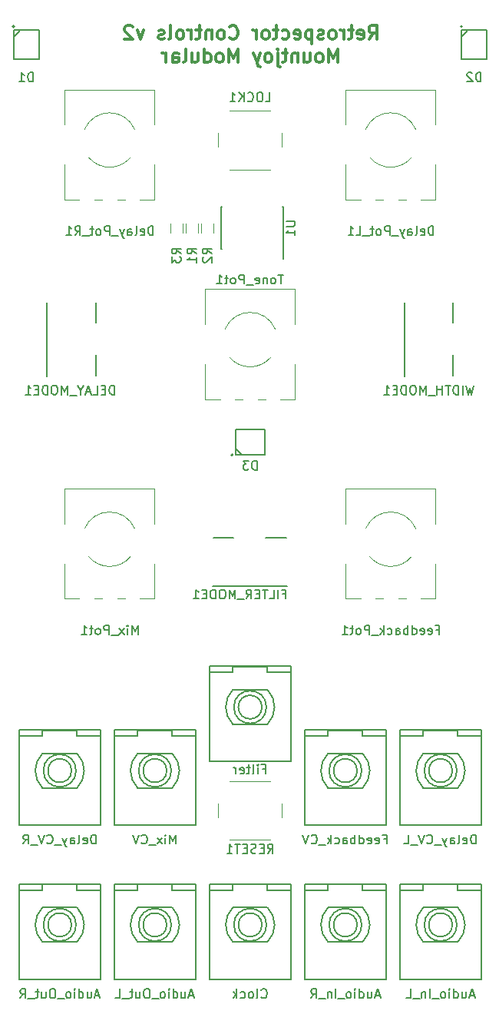
<source format=gbr>
G04 #@! TF.GenerationSoftware,KiCad,Pcbnew,(5.1.9)-1*
G04 #@! TF.CreationDate,2021-03-14T15:16:18+00:00*
G04 #@! TF.ProjectId,Retrospector_Controls,52657472-6f73-4706-9563-746f725f436f,rev?*
G04 #@! TF.SameCoordinates,Original*
G04 #@! TF.FileFunction,Legend,Bot*
G04 #@! TF.FilePolarity,Positive*
%FSLAX46Y46*%
G04 Gerber Fmt 4.6, Leading zero omitted, Abs format (unit mm)*
G04 Created by KiCad (PCBNEW (5.1.9)-1) date 2021-03-14 15:16:18*
%MOMM*%
%LPD*%
G01*
G04 APERTURE LIST*
%ADD10C,0.300000*%
%ADD11C,0.120000*%
%ADD12C,0.150000*%
G04 APERTURE END LIST*
D10*
X143100000Y-53403571D02*
X143600000Y-52689285D01*
X143957142Y-53403571D02*
X143957142Y-51903571D01*
X143385714Y-51903571D01*
X143242857Y-51975000D01*
X143171428Y-52046428D01*
X143100000Y-52189285D01*
X143100000Y-52403571D01*
X143171428Y-52546428D01*
X143242857Y-52617857D01*
X143385714Y-52689285D01*
X143957142Y-52689285D01*
X141885714Y-53332142D02*
X142028571Y-53403571D01*
X142314285Y-53403571D01*
X142457142Y-53332142D01*
X142528571Y-53189285D01*
X142528571Y-52617857D01*
X142457142Y-52475000D01*
X142314285Y-52403571D01*
X142028571Y-52403571D01*
X141885714Y-52475000D01*
X141814285Y-52617857D01*
X141814285Y-52760714D01*
X142528571Y-52903571D01*
X141385714Y-52403571D02*
X140814285Y-52403571D01*
X141171428Y-51903571D02*
X141171428Y-53189285D01*
X141100000Y-53332142D01*
X140957142Y-53403571D01*
X140814285Y-53403571D01*
X140314285Y-53403571D02*
X140314285Y-52403571D01*
X140314285Y-52689285D02*
X140242857Y-52546428D01*
X140171428Y-52475000D01*
X140028571Y-52403571D01*
X139885714Y-52403571D01*
X139171428Y-53403571D02*
X139314285Y-53332142D01*
X139385714Y-53260714D01*
X139457142Y-53117857D01*
X139457142Y-52689285D01*
X139385714Y-52546428D01*
X139314285Y-52475000D01*
X139171428Y-52403571D01*
X138957142Y-52403571D01*
X138814285Y-52475000D01*
X138742857Y-52546428D01*
X138671428Y-52689285D01*
X138671428Y-53117857D01*
X138742857Y-53260714D01*
X138814285Y-53332142D01*
X138957142Y-53403571D01*
X139171428Y-53403571D01*
X138100000Y-53332142D02*
X137957142Y-53403571D01*
X137671428Y-53403571D01*
X137528571Y-53332142D01*
X137457142Y-53189285D01*
X137457142Y-53117857D01*
X137528571Y-52975000D01*
X137671428Y-52903571D01*
X137885714Y-52903571D01*
X138028571Y-52832142D01*
X138100000Y-52689285D01*
X138100000Y-52617857D01*
X138028571Y-52475000D01*
X137885714Y-52403571D01*
X137671428Y-52403571D01*
X137528571Y-52475000D01*
X136814285Y-52403571D02*
X136814285Y-53903571D01*
X136814285Y-52475000D02*
X136671428Y-52403571D01*
X136385714Y-52403571D01*
X136242857Y-52475000D01*
X136171428Y-52546428D01*
X136100000Y-52689285D01*
X136100000Y-53117857D01*
X136171428Y-53260714D01*
X136242857Y-53332142D01*
X136385714Y-53403571D01*
X136671428Y-53403571D01*
X136814285Y-53332142D01*
X134885714Y-53332142D02*
X135028571Y-53403571D01*
X135314285Y-53403571D01*
X135457142Y-53332142D01*
X135528571Y-53189285D01*
X135528571Y-52617857D01*
X135457142Y-52475000D01*
X135314285Y-52403571D01*
X135028571Y-52403571D01*
X134885714Y-52475000D01*
X134814285Y-52617857D01*
X134814285Y-52760714D01*
X135528571Y-52903571D01*
X133528571Y-53332142D02*
X133671428Y-53403571D01*
X133957142Y-53403571D01*
X134100000Y-53332142D01*
X134171428Y-53260714D01*
X134242857Y-53117857D01*
X134242857Y-52689285D01*
X134171428Y-52546428D01*
X134100000Y-52475000D01*
X133957142Y-52403571D01*
X133671428Y-52403571D01*
X133528571Y-52475000D01*
X133100000Y-52403571D02*
X132528571Y-52403571D01*
X132885714Y-51903571D02*
X132885714Y-53189285D01*
X132814285Y-53332142D01*
X132671428Y-53403571D01*
X132528571Y-53403571D01*
X131814285Y-53403571D02*
X131957142Y-53332142D01*
X132028571Y-53260714D01*
X132100000Y-53117857D01*
X132100000Y-52689285D01*
X132028571Y-52546428D01*
X131957142Y-52475000D01*
X131814285Y-52403571D01*
X131600000Y-52403571D01*
X131457142Y-52475000D01*
X131385714Y-52546428D01*
X131314285Y-52689285D01*
X131314285Y-53117857D01*
X131385714Y-53260714D01*
X131457142Y-53332142D01*
X131600000Y-53403571D01*
X131814285Y-53403571D01*
X130671428Y-53403571D02*
X130671428Y-52403571D01*
X130671428Y-52689285D02*
X130600000Y-52546428D01*
X130528571Y-52475000D01*
X130385714Y-52403571D01*
X130242857Y-52403571D01*
X127742857Y-53260714D02*
X127814285Y-53332142D01*
X128028571Y-53403571D01*
X128171428Y-53403571D01*
X128385714Y-53332142D01*
X128528571Y-53189285D01*
X128600000Y-53046428D01*
X128671428Y-52760714D01*
X128671428Y-52546428D01*
X128600000Y-52260714D01*
X128528571Y-52117857D01*
X128385714Y-51975000D01*
X128171428Y-51903571D01*
X128028571Y-51903571D01*
X127814285Y-51975000D01*
X127742857Y-52046428D01*
X126885714Y-53403571D02*
X127028571Y-53332142D01*
X127100000Y-53260714D01*
X127171428Y-53117857D01*
X127171428Y-52689285D01*
X127100000Y-52546428D01*
X127028571Y-52475000D01*
X126885714Y-52403571D01*
X126671428Y-52403571D01*
X126528571Y-52475000D01*
X126457142Y-52546428D01*
X126385714Y-52689285D01*
X126385714Y-53117857D01*
X126457142Y-53260714D01*
X126528571Y-53332142D01*
X126671428Y-53403571D01*
X126885714Y-53403571D01*
X125742857Y-52403571D02*
X125742857Y-53403571D01*
X125742857Y-52546428D02*
X125671428Y-52475000D01*
X125528571Y-52403571D01*
X125314285Y-52403571D01*
X125171428Y-52475000D01*
X125100000Y-52617857D01*
X125100000Y-53403571D01*
X124600000Y-52403571D02*
X124028571Y-52403571D01*
X124385714Y-51903571D02*
X124385714Y-53189285D01*
X124314285Y-53332142D01*
X124171428Y-53403571D01*
X124028571Y-53403571D01*
X123528571Y-53403571D02*
X123528571Y-52403571D01*
X123528571Y-52689285D02*
X123457142Y-52546428D01*
X123385714Y-52475000D01*
X123242857Y-52403571D01*
X123100000Y-52403571D01*
X122385714Y-53403571D02*
X122528571Y-53332142D01*
X122600000Y-53260714D01*
X122671428Y-53117857D01*
X122671428Y-52689285D01*
X122600000Y-52546428D01*
X122528571Y-52475000D01*
X122385714Y-52403571D01*
X122171428Y-52403571D01*
X122028571Y-52475000D01*
X121957142Y-52546428D01*
X121885714Y-52689285D01*
X121885714Y-53117857D01*
X121957142Y-53260714D01*
X122028571Y-53332142D01*
X122171428Y-53403571D01*
X122385714Y-53403571D01*
X121028571Y-53403571D02*
X121171428Y-53332142D01*
X121242857Y-53189285D01*
X121242857Y-51903571D01*
X120528571Y-53332142D02*
X120385714Y-53403571D01*
X120100000Y-53403571D01*
X119957142Y-53332142D01*
X119885714Y-53189285D01*
X119885714Y-53117857D01*
X119957142Y-52975000D01*
X120100000Y-52903571D01*
X120314285Y-52903571D01*
X120457142Y-52832142D01*
X120528571Y-52689285D01*
X120528571Y-52617857D01*
X120457142Y-52475000D01*
X120314285Y-52403571D01*
X120100000Y-52403571D01*
X119957142Y-52475000D01*
X118242857Y-52403571D02*
X117885714Y-53403571D01*
X117528571Y-52403571D01*
X117028571Y-52046428D02*
X116957142Y-51975000D01*
X116814285Y-51903571D01*
X116457142Y-51903571D01*
X116314285Y-51975000D01*
X116242857Y-52046428D01*
X116171428Y-52189285D01*
X116171428Y-52332142D01*
X116242857Y-52546428D01*
X117100000Y-53403571D01*
X116171428Y-53403571D01*
X139671428Y-55953571D02*
X139671428Y-54453571D01*
X139171428Y-55525000D01*
X138671428Y-54453571D01*
X138671428Y-55953571D01*
X137742857Y-55953571D02*
X137885714Y-55882142D01*
X137957142Y-55810714D01*
X138028571Y-55667857D01*
X138028571Y-55239285D01*
X137957142Y-55096428D01*
X137885714Y-55025000D01*
X137742857Y-54953571D01*
X137528571Y-54953571D01*
X137385714Y-55025000D01*
X137314285Y-55096428D01*
X137242857Y-55239285D01*
X137242857Y-55667857D01*
X137314285Y-55810714D01*
X137385714Y-55882142D01*
X137528571Y-55953571D01*
X137742857Y-55953571D01*
X135957142Y-54953571D02*
X135957142Y-55953571D01*
X136600000Y-54953571D02*
X136600000Y-55739285D01*
X136528571Y-55882142D01*
X136385714Y-55953571D01*
X136171428Y-55953571D01*
X136028571Y-55882142D01*
X135957142Y-55810714D01*
X135242857Y-54953571D02*
X135242857Y-55953571D01*
X135242857Y-55096428D02*
X135171428Y-55025000D01*
X135028571Y-54953571D01*
X134814285Y-54953571D01*
X134671428Y-55025000D01*
X134600000Y-55167857D01*
X134600000Y-55953571D01*
X134100000Y-54953571D02*
X133528571Y-54953571D01*
X133885714Y-54453571D02*
X133885714Y-55739285D01*
X133814285Y-55882142D01*
X133671428Y-55953571D01*
X133528571Y-55953571D01*
X133028571Y-54953571D02*
X133028571Y-56239285D01*
X133100000Y-56382142D01*
X133242857Y-56453571D01*
X133314285Y-56453571D01*
X133028571Y-54453571D02*
X133100000Y-54525000D01*
X133028571Y-54596428D01*
X132957142Y-54525000D01*
X133028571Y-54453571D01*
X133028571Y-54596428D01*
X132100000Y-55953571D02*
X132242857Y-55882142D01*
X132314285Y-55810714D01*
X132385714Y-55667857D01*
X132385714Y-55239285D01*
X132314285Y-55096428D01*
X132242857Y-55025000D01*
X132100000Y-54953571D01*
X131885714Y-54953571D01*
X131742857Y-55025000D01*
X131671428Y-55096428D01*
X131600000Y-55239285D01*
X131600000Y-55667857D01*
X131671428Y-55810714D01*
X131742857Y-55882142D01*
X131885714Y-55953571D01*
X132100000Y-55953571D01*
X131100000Y-54953571D02*
X130742857Y-55953571D01*
X130385714Y-54953571D02*
X130742857Y-55953571D01*
X130885714Y-56310714D01*
X130957142Y-56382142D01*
X131100000Y-56453571D01*
X128671428Y-55953571D02*
X128671428Y-54453571D01*
X128171428Y-55525000D01*
X127671428Y-54453571D01*
X127671428Y-55953571D01*
X126742857Y-55953571D02*
X126885714Y-55882142D01*
X126957142Y-55810714D01*
X127028571Y-55667857D01*
X127028571Y-55239285D01*
X126957142Y-55096428D01*
X126885714Y-55025000D01*
X126742857Y-54953571D01*
X126528571Y-54953571D01*
X126385714Y-55025000D01*
X126314285Y-55096428D01*
X126242857Y-55239285D01*
X126242857Y-55667857D01*
X126314285Y-55810714D01*
X126385714Y-55882142D01*
X126528571Y-55953571D01*
X126742857Y-55953571D01*
X124957142Y-55953571D02*
X124957142Y-54453571D01*
X124957142Y-55882142D02*
X125100000Y-55953571D01*
X125385714Y-55953571D01*
X125528571Y-55882142D01*
X125600000Y-55810714D01*
X125671428Y-55667857D01*
X125671428Y-55239285D01*
X125600000Y-55096428D01*
X125528571Y-55025000D01*
X125385714Y-54953571D01*
X125100000Y-54953571D01*
X124957142Y-55025000D01*
X123600000Y-54953571D02*
X123600000Y-55953571D01*
X124242857Y-54953571D02*
X124242857Y-55739285D01*
X124171428Y-55882142D01*
X124028571Y-55953571D01*
X123814285Y-55953571D01*
X123671428Y-55882142D01*
X123600000Y-55810714D01*
X122671428Y-55953571D02*
X122814285Y-55882142D01*
X122885714Y-55739285D01*
X122885714Y-54453571D01*
X121457142Y-55953571D02*
X121457142Y-55167857D01*
X121528571Y-55025000D01*
X121671428Y-54953571D01*
X121957142Y-54953571D01*
X122100000Y-55025000D01*
X121457142Y-55882142D02*
X121600000Y-55953571D01*
X121957142Y-55953571D01*
X122100000Y-55882142D01*
X122171428Y-55739285D01*
X122171428Y-55596428D01*
X122100000Y-55453571D01*
X121957142Y-55382142D01*
X121600000Y-55382142D01*
X121457142Y-55310714D01*
X120742857Y-55953571D02*
X120742857Y-54953571D01*
X120742857Y-55239285D02*
X120671428Y-55096428D01*
X120600000Y-55025000D01*
X120457142Y-54953571D01*
X120314285Y-54953571D01*
D11*
X119461000Y-58940000D02*
X109540000Y-58940000D01*
X111175000Y-71060000D02*
X109540000Y-71060000D01*
X113675000Y-71060000D02*
X112825000Y-71060000D01*
X116175000Y-71060000D02*
X115325000Y-71060000D01*
X119461000Y-71060000D02*
X117825000Y-71060000D01*
X109540000Y-62805000D02*
X109540000Y-58940000D01*
X109540000Y-71060000D02*
X109540000Y-67194000D01*
X119461000Y-62805000D02*
X119461000Y-58940000D01*
X119461000Y-71060000D02*
X119461000Y-67194000D01*
X112202247Y-66428295D02*
G75*
G03*
X116798000Y-66428000I2297753J1928295D01*
G01*
X117262432Y-63328018D02*
G75*
G03*
X111738000Y-63327000I-2762432J-1171982D01*
G01*
D12*
X147019000Y-82396600D02*
X147019000Y-90564000D01*
X152381000Y-82422000D02*
X152381000Y-84622000D01*
X152381000Y-88214000D02*
X152381000Y-90514000D01*
X125896600Y-113681000D02*
X134064000Y-113681000D01*
X125922000Y-108319000D02*
X128122000Y-108319000D01*
X131714000Y-108319000D02*
X134014000Y-108319000D01*
X107619000Y-82396600D02*
X107619000Y-90564000D01*
X112981000Y-82422000D02*
X112981000Y-84622000D01*
X112981000Y-88214000D02*
X112981000Y-90514000D01*
X128100000Y-99200000D02*
G75*
G03*
X128100000Y-99200000I-100000J0D01*
G01*
X128425000Y-98525000D02*
X129100000Y-99200000D01*
X128400000Y-96400000D02*
X131600000Y-96400000D01*
X128400000Y-99200000D02*
X131600000Y-99200000D01*
X131600000Y-96400000D02*
X131600000Y-99200000D01*
X128400000Y-96400000D02*
X128400000Y-99200000D01*
X153400000Y-52000000D02*
G75*
G03*
X153400000Y-52000000I-100000J0D01*
G01*
X153975000Y-52425000D02*
X153300000Y-53100000D01*
X156100000Y-52400000D02*
X156100000Y-55600000D01*
X153300000Y-52400000D02*
X153300000Y-55600000D01*
X156100000Y-55600000D02*
X153300000Y-55600000D01*
X156100000Y-52400000D02*
X153300000Y-52400000D01*
X104000000Y-52000000D02*
G75*
G03*
X104000000Y-52000000I-100000J0D01*
G01*
X104575000Y-52425000D02*
X103900000Y-53100000D01*
X106700000Y-52400000D02*
X106700000Y-55600000D01*
X103900000Y-52400000D02*
X103900000Y-55600000D01*
X106700000Y-55600000D02*
X103900000Y-55600000D01*
X106700000Y-52400000D02*
X103900000Y-52400000D01*
X131300000Y-127000000D02*
G75*
G03*
X131300000Y-127000000I-1300000J0D01*
G01*
X125500000Y-133000000D02*
X134500000Y-133000000D01*
X125500000Y-122500000D02*
X134500000Y-122500000D01*
X125500000Y-133000000D02*
X125500000Y-122500000D01*
X134500000Y-133000000D02*
X134500000Y-122500000D01*
X131796051Y-127000000D02*
G75*
G03*
X131796051Y-127000000I-1796051J0D01*
G01*
X128095000Y-128905000D02*
X131905000Y-128905000D01*
X131905000Y-125095000D02*
X128095000Y-125095000D01*
X131905000Y-123190000D02*
X134445000Y-123190000D01*
X131905000Y-122555000D02*
X131905000Y-123190000D01*
X128095000Y-122555000D02*
X131905000Y-122555000D01*
X128095000Y-123190000D02*
X128095000Y-122555000D01*
X125555000Y-123190000D02*
X128095000Y-123190000D01*
X128095000Y-128905000D02*
G75*
G02*
X128095000Y-125095000I1905000J1905000D01*
G01*
X131905000Y-125095000D02*
G75*
G02*
X131905000Y-128905000I-1905000J-1905000D01*
G01*
X110300000Y-151000000D02*
G75*
G03*
X110300000Y-151000000I-1300000J0D01*
G01*
X104500000Y-157000000D02*
X113500000Y-157000000D01*
X104500000Y-146500000D02*
X113500000Y-146500000D01*
X104500000Y-157000000D02*
X104500000Y-146500000D01*
X113500000Y-157000000D02*
X113500000Y-146500000D01*
X110796051Y-151000000D02*
G75*
G03*
X110796051Y-151000000I-1796051J0D01*
G01*
X107095000Y-152905000D02*
X110905000Y-152905000D01*
X110905000Y-149095000D02*
X107095000Y-149095000D01*
X110905000Y-147190000D02*
X113445000Y-147190000D01*
X110905000Y-146555000D02*
X110905000Y-147190000D01*
X107095000Y-146555000D02*
X110905000Y-146555000D01*
X107095000Y-147190000D02*
X107095000Y-146555000D01*
X104555000Y-147190000D02*
X107095000Y-147190000D01*
X107095000Y-152905000D02*
G75*
G02*
X107095000Y-149095000I1905000J1905000D01*
G01*
X110905000Y-149095000D02*
G75*
G02*
X110905000Y-152905000I-1905000J-1905000D01*
G01*
X120800000Y-134000000D02*
G75*
G03*
X120800000Y-134000000I-1300000J0D01*
G01*
X115000000Y-140000000D02*
X124000000Y-140000000D01*
X115000000Y-129500000D02*
X124000000Y-129500000D01*
X115000000Y-140000000D02*
X115000000Y-129500000D01*
X124000000Y-140000000D02*
X124000000Y-129500000D01*
X121296051Y-134000000D02*
G75*
G03*
X121296051Y-134000000I-1796051J0D01*
G01*
X117595000Y-135905000D02*
X121405000Y-135905000D01*
X121405000Y-132095000D02*
X117595000Y-132095000D01*
X121405000Y-130190000D02*
X123945000Y-130190000D01*
X121405000Y-129555000D02*
X121405000Y-130190000D01*
X117595000Y-129555000D02*
X121405000Y-129555000D01*
X117595000Y-130190000D02*
X117595000Y-129555000D01*
X115055000Y-130190000D02*
X117595000Y-130190000D01*
X117595000Y-135905000D02*
G75*
G02*
X117595000Y-132095000I1905000J1905000D01*
G01*
X121405000Y-132095000D02*
G75*
G02*
X121405000Y-135905000I-1905000J-1905000D01*
G01*
X141800000Y-134000000D02*
G75*
G03*
X141800000Y-134000000I-1300000J0D01*
G01*
X136000000Y-140000000D02*
X145000000Y-140000000D01*
X136000000Y-129500000D02*
X145000000Y-129500000D01*
X136000000Y-140000000D02*
X136000000Y-129500000D01*
X145000000Y-140000000D02*
X145000000Y-129500000D01*
X142296051Y-134000000D02*
G75*
G03*
X142296051Y-134000000I-1796051J0D01*
G01*
X138595000Y-135905000D02*
X142405000Y-135905000D01*
X142405000Y-132095000D02*
X138595000Y-132095000D01*
X142405000Y-130190000D02*
X144945000Y-130190000D01*
X142405000Y-129555000D02*
X142405000Y-130190000D01*
X138595000Y-129555000D02*
X142405000Y-129555000D01*
X138595000Y-130190000D02*
X138595000Y-129555000D01*
X136055000Y-130190000D02*
X138595000Y-130190000D01*
X138595000Y-135905000D02*
G75*
G02*
X138595000Y-132095000I1905000J1905000D01*
G01*
X142405000Y-132095000D02*
G75*
G02*
X142405000Y-135905000I-1905000J-1905000D01*
G01*
X110300000Y-134000000D02*
G75*
G03*
X110300000Y-134000000I-1300000J0D01*
G01*
X104500000Y-140000000D02*
X113500000Y-140000000D01*
X104500000Y-129500000D02*
X113500000Y-129500000D01*
X104500000Y-140000000D02*
X104500000Y-129500000D01*
X113500000Y-140000000D02*
X113500000Y-129500000D01*
X110796051Y-134000000D02*
G75*
G03*
X110796051Y-134000000I-1796051J0D01*
G01*
X107095000Y-135905000D02*
X110905000Y-135905000D01*
X110905000Y-132095000D02*
X107095000Y-132095000D01*
X110905000Y-130190000D02*
X113445000Y-130190000D01*
X110905000Y-129555000D02*
X110905000Y-130190000D01*
X107095000Y-129555000D02*
X110905000Y-129555000D01*
X107095000Y-130190000D02*
X107095000Y-129555000D01*
X104555000Y-130190000D02*
X107095000Y-130190000D01*
X107095000Y-135905000D02*
G75*
G02*
X107095000Y-132095000I1905000J1905000D01*
G01*
X110905000Y-132095000D02*
G75*
G02*
X110905000Y-135905000I-1905000J-1905000D01*
G01*
X120800000Y-151000000D02*
G75*
G03*
X120800000Y-151000000I-1300000J0D01*
G01*
X115000000Y-157000000D02*
X124000000Y-157000000D01*
X115000000Y-146500000D02*
X124000000Y-146500000D01*
X115000000Y-157000000D02*
X115000000Y-146500000D01*
X124000000Y-157000000D02*
X124000000Y-146500000D01*
X121296051Y-151000000D02*
G75*
G03*
X121296051Y-151000000I-1796051J0D01*
G01*
X117595000Y-152905000D02*
X121405000Y-152905000D01*
X121405000Y-149095000D02*
X117595000Y-149095000D01*
X121405000Y-147190000D02*
X123945000Y-147190000D01*
X121405000Y-146555000D02*
X121405000Y-147190000D01*
X117595000Y-146555000D02*
X121405000Y-146555000D01*
X117595000Y-147190000D02*
X117595000Y-146555000D01*
X115055000Y-147190000D02*
X117595000Y-147190000D01*
X117595000Y-152905000D02*
G75*
G02*
X117595000Y-149095000I1905000J1905000D01*
G01*
X121405000Y-149095000D02*
G75*
G02*
X121405000Y-152905000I-1905000J-1905000D01*
G01*
X141800000Y-151000000D02*
G75*
G03*
X141800000Y-151000000I-1300000J0D01*
G01*
X136000000Y-157000000D02*
X145000000Y-157000000D01*
X136000000Y-146500000D02*
X145000000Y-146500000D01*
X136000000Y-157000000D02*
X136000000Y-146500000D01*
X145000000Y-157000000D02*
X145000000Y-146500000D01*
X142296051Y-151000000D02*
G75*
G03*
X142296051Y-151000000I-1796051J0D01*
G01*
X138595000Y-152905000D02*
X142405000Y-152905000D01*
X142405000Y-149095000D02*
X138595000Y-149095000D01*
X142405000Y-147190000D02*
X144945000Y-147190000D01*
X142405000Y-146555000D02*
X142405000Y-147190000D01*
X138595000Y-146555000D02*
X142405000Y-146555000D01*
X138595000Y-147190000D02*
X138595000Y-146555000D01*
X136055000Y-147190000D02*
X138595000Y-147190000D01*
X138595000Y-152905000D02*
G75*
G02*
X138595000Y-149095000I1905000J1905000D01*
G01*
X142405000Y-149095000D02*
G75*
G02*
X142405000Y-152905000I-1905000J-1905000D01*
G01*
X131300000Y-151000000D02*
G75*
G03*
X131300000Y-151000000I-1300000J0D01*
G01*
X125500000Y-157000000D02*
X134500000Y-157000000D01*
X125500000Y-146500000D02*
X134500000Y-146500000D01*
X125500000Y-157000000D02*
X125500000Y-146500000D01*
X134500000Y-157000000D02*
X134500000Y-146500000D01*
X131796051Y-151000000D02*
G75*
G03*
X131796051Y-151000000I-1796051J0D01*
G01*
X128095000Y-152905000D02*
X131905000Y-152905000D01*
X131905000Y-149095000D02*
X128095000Y-149095000D01*
X131905000Y-147190000D02*
X134445000Y-147190000D01*
X131905000Y-146555000D02*
X131905000Y-147190000D01*
X128095000Y-146555000D02*
X131905000Y-146555000D01*
X128095000Y-147190000D02*
X128095000Y-146555000D01*
X125555000Y-147190000D02*
X128095000Y-147190000D01*
X128095000Y-152905000D02*
G75*
G02*
X128095000Y-149095000I1905000J1905000D01*
G01*
X131905000Y-149095000D02*
G75*
G02*
X131905000Y-152905000I-1905000J-1905000D01*
G01*
X152300000Y-134000000D02*
G75*
G03*
X152300000Y-134000000I-1300000J0D01*
G01*
X146500000Y-140000000D02*
X155500000Y-140000000D01*
X146500000Y-129500000D02*
X155500000Y-129500000D01*
X146500000Y-140000000D02*
X146500000Y-129500000D01*
X155500000Y-140000000D02*
X155500000Y-129500000D01*
X152796051Y-134000000D02*
G75*
G03*
X152796051Y-134000000I-1796051J0D01*
G01*
X149095000Y-135905000D02*
X152905000Y-135905000D01*
X152905000Y-132095000D02*
X149095000Y-132095000D01*
X152905000Y-130190000D02*
X155445000Y-130190000D01*
X152905000Y-129555000D02*
X152905000Y-130190000D01*
X149095000Y-129555000D02*
X152905000Y-129555000D01*
X149095000Y-130190000D02*
X149095000Y-129555000D01*
X146555000Y-130190000D02*
X149095000Y-130190000D01*
X149095000Y-135905000D02*
G75*
G02*
X149095000Y-132095000I1905000J1905000D01*
G01*
X152905000Y-132095000D02*
G75*
G02*
X152905000Y-135905000I-1905000J-1905000D01*
G01*
X152300000Y-151000000D02*
G75*
G03*
X152300000Y-151000000I-1300000J0D01*
G01*
X146500000Y-157000000D02*
X155500000Y-157000000D01*
X146500000Y-146500000D02*
X155500000Y-146500000D01*
X146500000Y-157000000D02*
X146500000Y-146500000D01*
X155500000Y-157000000D02*
X155500000Y-146500000D01*
X152796051Y-151000000D02*
G75*
G03*
X152796051Y-151000000I-1796051J0D01*
G01*
X149095000Y-152905000D02*
X152905000Y-152905000D01*
X152905000Y-149095000D02*
X149095000Y-149095000D01*
X152905000Y-147190000D02*
X155445000Y-147190000D01*
X152905000Y-146555000D02*
X152905000Y-147190000D01*
X149095000Y-146555000D02*
X152905000Y-146555000D01*
X149095000Y-147190000D02*
X149095000Y-146555000D01*
X146555000Y-147190000D02*
X149095000Y-147190000D01*
X149095000Y-152905000D02*
G75*
G02*
X149095000Y-149095000I1905000J1905000D01*
G01*
X152905000Y-149095000D02*
G75*
G02*
X152905000Y-152905000I-1905000J-1905000D01*
G01*
D11*
X134961000Y-80940000D02*
X125040000Y-80940000D01*
X126675000Y-93060000D02*
X125040000Y-93060000D01*
X129175000Y-93060000D02*
X128325000Y-93060000D01*
X131675000Y-93060000D02*
X130825000Y-93060000D01*
X134961000Y-93060000D02*
X133325000Y-93060000D01*
X125040000Y-84805000D02*
X125040000Y-80940000D01*
X125040000Y-93060000D02*
X125040000Y-89194000D01*
X134961000Y-84805000D02*
X134961000Y-80940000D01*
X134961000Y-93060000D02*
X134961000Y-89194000D01*
X127702247Y-88428295D02*
G75*
G03*
X132298000Y-88428000I2297753J1928295D01*
G01*
X132762432Y-85328018D02*
G75*
G03*
X127238000Y-85327000I-2762432J-1171982D01*
G01*
X119461000Y-102940000D02*
X109540000Y-102940000D01*
X111175000Y-115060000D02*
X109540000Y-115060000D01*
X113675000Y-115060000D02*
X112825000Y-115060000D01*
X116175000Y-115060000D02*
X115325000Y-115060000D01*
X119461000Y-115060000D02*
X117825000Y-115060000D01*
X109540000Y-106805000D02*
X109540000Y-102940000D01*
X109540000Y-115060000D02*
X109540000Y-111194000D01*
X119461000Y-106805000D02*
X119461000Y-102940000D01*
X119461000Y-115060000D02*
X119461000Y-111194000D01*
X112202247Y-110428295D02*
G75*
G03*
X116798000Y-110428000I2297753J1928295D01*
G01*
X117262432Y-107328018D02*
G75*
G03*
X111738000Y-107327000I-2762432J-1171982D01*
G01*
X150461000Y-102940000D02*
X140540000Y-102940000D01*
X142175000Y-115060000D02*
X140540000Y-115060000D01*
X144675000Y-115060000D02*
X143825000Y-115060000D01*
X147175000Y-115060000D02*
X146325000Y-115060000D01*
X150461000Y-115060000D02*
X148825000Y-115060000D01*
X140540000Y-106805000D02*
X140540000Y-102940000D01*
X140540000Y-115060000D02*
X140540000Y-111194000D01*
X150461000Y-106805000D02*
X150461000Y-102940000D01*
X150461000Y-115060000D02*
X150461000Y-111194000D01*
X143202247Y-110428295D02*
G75*
G03*
X147798000Y-110428000I2297753J1928295D01*
G01*
X148262432Y-107328018D02*
G75*
G03*
X142738000Y-107327000I-2762432J-1171982D01*
G01*
X150461000Y-58940000D02*
X140540000Y-58940000D01*
X142175000Y-71060000D02*
X140540000Y-71060000D01*
X144675000Y-71060000D02*
X143825000Y-71060000D01*
X147175000Y-71060000D02*
X146325000Y-71060000D01*
X150461000Y-71060000D02*
X148825000Y-71060000D01*
X140540000Y-62805000D02*
X140540000Y-58940000D01*
X140540000Y-71060000D02*
X140540000Y-67194000D01*
X150461000Y-62805000D02*
X150461000Y-58940000D01*
X150461000Y-71060000D02*
X150461000Y-67194000D01*
X143202247Y-66428295D02*
G75*
G03*
X147798000Y-66428000I2297753J1928295D01*
G01*
X148262432Y-63328018D02*
G75*
G03*
X142738000Y-63327000I-2762432J-1171982D01*
G01*
X127750000Y-135150000D02*
X132250000Y-135150000D01*
X126500000Y-139150000D02*
X126500000Y-137650000D01*
X132250000Y-141650000D02*
X127750000Y-141650000D01*
X133500000Y-137650000D02*
X133500000Y-139150000D01*
X127750000Y-61250000D02*
X132250000Y-61250000D01*
X126500000Y-65250000D02*
X126500000Y-63750000D01*
X132250000Y-67750000D02*
X127750000Y-67750000D01*
X133500000Y-63750000D02*
X133500000Y-65250000D01*
D12*
X126825000Y-76525000D02*
X126825000Y-71875000D01*
X133650000Y-77600000D02*
X133650000Y-71875000D01*
X126825000Y-76525000D02*
X126850000Y-76525000D01*
X126825000Y-71875000D02*
X126850000Y-71875000D01*
X133650000Y-71875000D02*
X133550000Y-71875000D01*
D11*
X122580000Y-74700000D02*
X122580000Y-73700000D01*
X121220000Y-73700000D02*
X121220000Y-74700000D01*
X125980000Y-74700000D02*
X125980000Y-73700000D01*
X124620000Y-73700000D02*
X124620000Y-74700000D01*
X124280000Y-74700000D02*
X124280000Y-73700000D01*
X122920000Y-73700000D02*
X122920000Y-74700000D01*
D12*
X119301904Y-74992380D02*
X119301904Y-73992380D01*
X119063809Y-73992380D01*
X118920952Y-74040000D01*
X118825714Y-74135238D01*
X118778095Y-74230476D01*
X118730476Y-74420952D01*
X118730476Y-74563809D01*
X118778095Y-74754285D01*
X118825714Y-74849523D01*
X118920952Y-74944761D01*
X119063809Y-74992380D01*
X119301904Y-74992380D01*
X117920952Y-74944761D02*
X118016190Y-74992380D01*
X118206666Y-74992380D01*
X118301904Y-74944761D01*
X118349523Y-74849523D01*
X118349523Y-74468571D01*
X118301904Y-74373333D01*
X118206666Y-74325714D01*
X118016190Y-74325714D01*
X117920952Y-74373333D01*
X117873333Y-74468571D01*
X117873333Y-74563809D01*
X118349523Y-74659047D01*
X117301904Y-74992380D02*
X117397142Y-74944761D01*
X117444761Y-74849523D01*
X117444761Y-73992380D01*
X116492380Y-74992380D02*
X116492380Y-74468571D01*
X116540000Y-74373333D01*
X116635238Y-74325714D01*
X116825714Y-74325714D01*
X116920952Y-74373333D01*
X116492380Y-74944761D02*
X116587619Y-74992380D01*
X116825714Y-74992380D01*
X116920952Y-74944761D01*
X116968571Y-74849523D01*
X116968571Y-74754285D01*
X116920952Y-74659047D01*
X116825714Y-74611428D01*
X116587619Y-74611428D01*
X116492380Y-74563809D01*
X116111428Y-74325714D02*
X115873333Y-74992380D01*
X115635238Y-74325714D02*
X115873333Y-74992380D01*
X115968571Y-75230476D01*
X116016190Y-75278095D01*
X116111428Y-75325714D01*
X115492380Y-75087619D02*
X114730476Y-75087619D01*
X114492380Y-74992380D02*
X114492380Y-73992380D01*
X114111428Y-73992380D01*
X114016190Y-74040000D01*
X113968571Y-74087619D01*
X113920952Y-74182857D01*
X113920952Y-74325714D01*
X113968571Y-74420952D01*
X114016190Y-74468571D01*
X114111428Y-74516190D01*
X114492380Y-74516190D01*
X113349523Y-74992380D02*
X113444761Y-74944761D01*
X113492380Y-74897142D01*
X113540000Y-74801904D01*
X113540000Y-74516190D01*
X113492380Y-74420952D01*
X113444761Y-74373333D01*
X113349523Y-74325714D01*
X113206666Y-74325714D01*
X113111428Y-74373333D01*
X113063809Y-74420952D01*
X113016190Y-74516190D01*
X113016190Y-74801904D01*
X113063809Y-74897142D01*
X113111428Y-74944761D01*
X113206666Y-74992380D01*
X113349523Y-74992380D01*
X112730476Y-74325714D02*
X112349523Y-74325714D01*
X112587619Y-73992380D02*
X112587619Y-74849523D01*
X112540000Y-74944761D01*
X112444761Y-74992380D01*
X112349523Y-74992380D01*
X112254285Y-75087619D02*
X111492380Y-75087619D01*
X110682857Y-74992380D02*
X111016190Y-74516190D01*
X111254285Y-74992380D02*
X111254285Y-73992380D01*
X110873333Y-73992380D01*
X110778095Y-74040000D01*
X110730476Y-74087619D01*
X110682857Y-74182857D01*
X110682857Y-74325714D01*
X110730476Y-74420952D01*
X110778095Y-74468571D01*
X110873333Y-74516190D01*
X111254285Y-74516190D01*
X109730476Y-74992380D02*
X110301904Y-74992380D01*
X110016190Y-74992380D02*
X110016190Y-73992380D01*
X110111428Y-74135238D01*
X110206666Y-74230476D01*
X110301904Y-74278095D01*
X154676190Y-91552380D02*
X154438095Y-92552380D01*
X154247619Y-91838095D01*
X154057142Y-92552380D01*
X153819047Y-91552380D01*
X153438095Y-92552380D02*
X153438095Y-91552380D01*
X152961904Y-92552380D02*
X152961904Y-91552380D01*
X152723809Y-91552380D01*
X152580952Y-91600000D01*
X152485714Y-91695238D01*
X152438095Y-91790476D01*
X152390476Y-91980952D01*
X152390476Y-92123809D01*
X152438095Y-92314285D01*
X152485714Y-92409523D01*
X152580952Y-92504761D01*
X152723809Y-92552380D01*
X152961904Y-92552380D01*
X152104761Y-91552380D02*
X151533333Y-91552380D01*
X151819047Y-92552380D02*
X151819047Y-91552380D01*
X151200000Y-92552380D02*
X151200000Y-91552380D01*
X151200000Y-92028571D02*
X150628571Y-92028571D01*
X150628571Y-92552380D02*
X150628571Y-91552380D01*
X150390476Y-92647619D02*
X149628571Y-92647619D01*
X149390476Y-92552380D02*
X149390476Y-91552380D01*
X149057142Y-92266666D01*
X148723809Y-91552380D01*
X148723809Y-92552380D01*
X148057142Y-91552380D02*
X147866666Y-91552380D01*
X147771428Y-91600000D01*
X147676190Y-91695238D01*
X147628571Y-91885714D01*
X147628571Y-92219047D01*
X147676190Y-92409523D01*
X147771428Y-92504761D01*
X147866666Y-92552380D01*
X148057142Y-92552380D01*
X148152380Y-92504761D01*
X148247619Y-92409523D01*
X148295238Y-92219047D01*
X148295238Y-91885714D01*
X148247619Y-91695238D01*
X148152380Y-91600000D01*
X148057142Y-91552380D01*
X147200000Y-92552380D02*
X147200000Y-91552380D01*
X146961904Y-91552380D01*
X146819047Y-91600000D01*
X146723809Y-91695238D01*
X146676190Y-91790476D01*
X146628571Y-91980952D01*
X146628571Y-92123809D01*
X146676190Y-92314285D01*
X146723809Y-92409523D01*
X146819047Y-92504761D01*
X146961904Y-92552380D01*
X147200000Y-92552380D01*
X146200000Y-92028571D02*
X145866666Y-92028571D01*
X145723809Y-92552380D02*
X146200000Y-92552380D01*
X146200000Y-91552380D01*
X145723809Y-91552380D01*
X144771428Y-92552380D02*
X145342857Y-92552380D01*
X145057142Y-92552380D02*
X145057142Y-91552380D01*
X145152380Y-91695238D01*
X145247619Y-91790476D01*
X145342857Y-91838095D01*
X133598095Y-114528571D02*
X133931428Y-114528571D01*
X133931428Y-115052380D02*
X133931428Y-114052380D01*
X133455238Y-114052380D01*
X133074285Y-115052380D02*
X133074285Y-114052380D01*
X132121904Y-115052380D02*
X132598095Y-115052380D01*
X132598095Y-114052380D01*
X131931428Y-114052380D02*
X131360000Y-114052380D01*
X131645714Y-115052380D02*
X131645714Y-114052380D01*
X131026666Y-114528571D02*
X130693333Y-114528571D01*
X130550476Y-115052380D02*
X131026666Y-115052380D01*
X131026666Y-114052380D01*
X130550476Y-114052380D01*
X129550476Y-115052380D02*
X129883809Y-114576190D01*
X130121904Y-115052380D02*
X130121904Y-114052380D01*
X129740952Y-114052380D01*
X129645714Y-114100000D01*
X129598095Y-114147619D01*
X129550476Y-114242857D01*
X129550476Y-114385714D01*
X129598095Y-114480952D01*
X129645714Y-114528571D01*
X129740952Y-114576190D01*
X130121904Y-114576190D01*
X129360000Y-115147619D02*
X128598095Y-115147619D01*
X128360000Y-115052380D02*
X128360000Y-114052380D01*
X128026666Y-114766666D01*
X127693333Y-114052380D01*
X127693333Y-115052380D01*
X127026666Y-114052380D02*
X126836190Y-114052380D01*
X126740952Y-114100000D01*
X126645714Y-114195238D01*
X126598095Y-114385714D01*
X126598095Y-114719047D01*
X126645714Y-114909523D01*
X126740952Y-115004761D01*
X126836190Y-115052380D01*
X127026666Y-115052380D01*
X127121904Y-115004761D01*
X127217142Y-114909523D01*
X127264761Y-114719047D01*
X127264761Y-114385714D01*
X127217142Y-114195238D01*
X127121904Y-114100000D01*
X127026666Y-114052380D01*
X126169523Y-115052380D02*
X126169523Y-114052380D01*
X125931428Y-114052380D01*
X125788571Y-114100000D01*
X125693333Y-114195238D01*
X125645714Y-114290476D01*
X125598095Y-114480952D01*
X125598095Y-114623809D01*
X125645714Y-114814285D01*
X125693333Y-114909523D01*
X125788571Y-115004761D01*
X125931428Y-115052380D01*
X126169523Y-115052380D01*
X125169523Y-114528571D02*
X124836190Y-114528571D01*
X124693333Y-115052380D02*
X125169523Y-115052380D01*
X125169523Y-114052380D01*
X124693333Y-114052380D01*
X123740952Y-115052380D02*
X124312380Y-115052380D01*
X124026666Y-115052380D02*
X124026666Y-114052380D01*
X124121904Y-114195238D01*
X124217142Y-114290476D01*
X124312380Y-114338095D01*
X115030952Y-92552380D02*
X115030952Y-91552380D01*
X114792857Y-91552380D01*
X114650000Y-91600000D01*
X114554761Y-91695238D01*
X114507142Y-91790476D01*
X114459523Y-91980952D01*
X114459523Y-92123809D01*
X114507142Y-92314285D01*
X114554761Y-92409523D01*
X114650000Y-92504761D01*
X114792857Y-92552380D01*
X115030952Y-92552380D01*
X114030952Y-92028571D02*
X113697619Y-92028571D01*
X113554761Y-92552380D02*
X114030952Y-92552380D01*
X114030952Y-91552380D01*
X113554761Y-91552380D01*
X112650000Y-92552380D02*
X113126190Y-92552380D01*
X113126190Y-91552380D01*
X112364285Y-92266666D02*
X111888095Y-92266666D01*
X112459523Y-92552380D02*
X112126190Y-91552380D01*
X111792857Y-92552380D01*
X111269047Y-92076190D02*
X111269047Y-92552380D01*
X111602380Y-91552380D02*
X111269047Y-92076190D01*
X110935714Y-91552380D01*
X110840476Y-92647619D02*
X110078571Y-92647619D01*
X109840476Y-92552380D02*
X109840476Y-91552380D01*
X109507142Y-92266666D01*
X109173809Y-91552380D01*
X109173809Y-92552380D01*
X108507142Y-91552380D02*
X108316666Y-91552380D01*
X108221428Y-91600000D01*
X108126190Y-91695238D01*
X108078571Y-91885714D01*
X108078571Y-92219047D01*
X108126190Y-92409523D01*
X108221428Y-92504761D01*
X108316666Y-92552380D01*
X108507142Y-92552380D01*
X108602380Y-92504761D01*
X108697619Y-92409523D01*
X108745238Y-92219047D01*
X108745238Y-91885714D01*
X108697619Y-91695238D01*
X108602380Y-91600000D01*
X108507142Y-91552380D01*
X107650000Y-92552380D02*
X107650000Y-91552380D01*
X107411904Y-91552380D01*
X107269047Y-91600000D01*
X107173809Y-91695238D01*
X107126190Y-91790476D01*
X107078571Y-91980952D01*
X107078571Y-92123809D01*
X107126190Y-92314285D01*
X107173809Y-92409523D01*
X107269047Y-92504761D01*
X107411904Y-92552380D01*
X107650000Y-92552380D01*
X106650000Y-92028571D02*
X106316666Y-92028571D01*
X106173809Y-92552380D02*
X106650000Y-92552380D01*
X106650000Y-91552380D01*
X106173809Y-91552380D01*
X105221428Y-92552380D02*
X105792857Y-92552380D01*
X105507142Y-92552380D02*
X105507142Y-91552380D01*
X105602380Y-91695238D01*
X105697619Y-91790476D01*
X105792857Y-91838095D01*
X130738095Y-100852380D02*
X130738095Y-99852380D01*
X130500000Y-99852380D01*
X130357142Y-99900000D01*
X130261904Y-99995238D01*
X130214285Y-100090476D01*
X130166666Y-100280952D01*
X130166666Y-100423809D01*
X130214285Y-100614285D01*
X130261904Y-100709523D01*
X130357142Y-100804761D01*
X130500000Y-100852380D01*
X130738095Y-100852380D01*
X129833333Y-99852380D02*
X129214285Y-99852380D01*
X129547619Y-100233333D01*
X129404761Y-100233333D01*
X129309523Y-100280952D01*
X129261904Y-100328571D01*
X129214285Y-100423809D01*
X129214285Y-100661904D01*
X129261904Y-100757142D01*
X129309523Y-100804761D01*
X129404761Y-100852380D01*
X129690476Y-100852380D01*
X129785714Y-100804761D01*
X129833333Y-100757142D01*
X155438095Y-58052380D02*
X155438095Y-57052380D01*
X155200000Y-57052380D01*
X155057142Y-57100000D01*
X154961904Y-57195238D01*
X154914285Y-57290476D01*
X154866666Y-57480952D01*
X154866666Y-57623809D01*
X154914285Y-57814285D01*
X154961904Y-57909523D01*
X155057142Y-58004761D01*
X155200000Y-58052380D01*
X155438095Y-58052380D01*
X154485714Y-57147619D02*
X154438095Y-57100000D01*
X154342857Y-57052380D01*
X154104761Y-57052380D01*
X154009523Y-57100000D01*
X153961904Y-57147619D01*
X153914285Y-57242857D01*
X153914285Y-57338095D01*
X153961904Y-57480952D01*
X154533333Y-58052380D01*
X153914285Y-58052380D01*
X106038095Y-58052380D02*
X106038095Y-57052380D01*
X105800000Y-57052380D01*
X105657142Y-57100000D01*
X105561904Y-57195238D01*
X105514285Y-57290476D01*
X105466666Y-57480952D01*
X105466666Y-57623809D01*
X105514285Y-57814285D01*
X105561904Y-57909523D01*
X105657142Y-58004761D01*
X105800000Y-58052380D01*
X106038095Y-58052380D01*
X104514285Y-58052380D02*
X105085714Y-58052380D01*
X104800000Y-58052380D02*
X104800000Y-57052380D01*
X104895238Y-57195238D01*
X104990476Y-57290476D01*
X105085714Y-57338095D01*
X131380952Y-133828571D02*
X131714285Y-133828571D01*
X131714285Y-134352380D02*
X131714285Y-133352380D01*
X131238095Y-133352380D01*
X130857142Y-134352380D02*
X130857142Y-133685714D01*
X130857142Y-133352380D02*
X130904761Y-133400000D01*
X130857142Y-133447619D01*
X130809523Y-133400000D01*
X130857142Y-133352380D01*
X130857142Y-133447619D01*
X130238095Y-134352380D02*
X130333333Y-134304761D01*
X130380952Y-134209523D01*
X130380952Y-133352380D01*
X130000000Y-133685714D02*
X129619047Y-133685714D01*
X129857142Y-133352380D02*
X129857142Y-134209523D01*
X129809523Y-134304761D01*
X129714285Y-134352380D01*
X129619047Y-134352380D01*
X128904761Y-134304761D02*
X129000000Y-134352380D01*
X129190476Y-134352380D01*
X129285714Y-134304761D01*
X129333333Y-134209523D01*
X129333333Y-133828571D01*
X129285714Y-133733333D01*
X129190476Y-133685714D01*
X129000000Y-133685714D01*
X128904761Y-133733333D01*
X128857142Y-133828571D01*
X128857142Y-133923809D01*
X129333333Y-134019047D01*
X128428571Y-134352380D02*
X128428571Y-133685714D01*
X128428571Y-133876190D02*
X128380952Y-133780952D01*
X128333333Y-133733333D01*
X128238095Y-133685714D01*
X128142857Y-133685714D01*
X113357142Y-158786666D02*
X112880952Y-158786666D01*
X113452380Y-159072380D02*
X113119047Y-158072380D01*
X112785714Y-159072380D01*
X112023809Y-158405714D02*
X112023809Y-159072380D01*
X112452380Y-158405714D02*
X112452380Y-158929523D01*
X112404761Y-159024761D01*
X112309523Y-159072380D01*
X112166666Y-159072380D01*
X112071428Y-159024761D01*
X112023809Y-158977142D01*
X111119047Y-159072380D02*
X111119047Y-158072380D01*
X111119047Y-159024761D02*
X111214285Y-159072380D01*
X111404761Y-159072380D01*
X111500000Y-159024761D01*
X111547619Y-158977142D01*
X111595238Y-158881904D01*
X111595238Y-158596190D01*
X111547619Y-158500952D01*
X111500000Y-158453333D01*
X111404761Y-158405714D01*
X111214285Y-158405714D01*
X111119047Y-158453333D01*
X110642857Y-159072380D02*
X110642857Y-158405714D01*
X110642857Y-158072380D02*
X110690476Y-158120000D01*
X110642857Y-158167619D01*
X110595238Y-158120000D01*
X110642857Y-158072380D01*
X110642857Y-158167619D01*
X110023809Y-159072380D02*
X110119047Y-159024761D01*
X110166666Y-158977142D01*
X110214285Y-158881904D01*
X110214285Y-158596190D01*
X110166666Y-158500952D01*
X110119047Y-158453333D01*
X110023809Y-158405714D01*
X109880952Y-158405714D01*
X109785714Y-158453333D01*
X109738095Y-158500952D01*
X109690476Y-158596190D01*
X109690476Y-158881904D01*
X109738095Y-158977142D01*
X109785714Y-159024761D01*
X109880952Y-159072380D01*
X110023809Y-159072380D01*
X109500000Y-159167619D02*
X108738095Y-159167619D01*
X108309523Y-158072380D02*
X108119047Y-158072380D01*
X108023809Y-158120000D01*
X107928571Y-158215238D01*
X107880952Y-158405714D01*
X107880952Y-158739047D01*
X107928571Y-158929523D01*
X108023809Y-159024761D01*
X108119047Y-159072380D01*
X108309523Y-159072380D01*
X108404761Y-159024761D01*
X108500000Y-158929523D01*
X108547619Y-158739047D01*
X108547619Y-158405714D01*
X108500000Y-158215238D01*
X108404761Y-158120000D01*
X108309523Y-158072380D01*
X107023809Y-158405714D02*
X107023809Y-159072380D01*
X107452380Y-158405714D02*
X107452380Y-158929523D01*
X107404761Y-159024761D01*
X107309523Y-159072380D01*
X107166666Y-159072380D01*
X107071428Y-159024761D01*
X107023809Y-158977142D01*
X106690476Y-158405714D02*
X106309523Y-158405714D01*
X106547619Y-158072380D02*
X106547619Y-158929523D01*
X106500000Y-159024761D01*
X106404761Y-159072380D01*
X106309523Y-159072380D01*
X106214285Y-159167619D02*
X105452380Y-159167619D01*
X104642857Y-159072380D02*
X104976190Y-158596190D01*
X105214285Y-159072380D02*
X105214285Y-158072380D01*
X104833333Y-158072380D01*
X104738095Y-158120000D01*
X104690476Y-158167619D01*
X104642857Y-158262857D01*
X104642857Y-158405714D01*
X104690476Y-158500952D01*
X104738095Y-158548571D01*
X104833333Y-158596190D01*
X105214285Y-158596190D01*
X121785714Y-142072380D02*
X121785714Y-141072380D01*
X121452380Y-141786666D01*
X121119047Y-141072380D01*
X121119047Y-142072380D01*
X120642857Y-142072380D02*
X120642857Y-141405714D01*
X120642857Y-141072380D02*
X120690476Y-141120000D01*
X120642857Y-141167619D01*
X120595238Y-141120000D01*
X120642857Y-141072380D01*
X120642857Y-141167619D01*
X120261904Y-142072380D02*
X119738095Y-141405714D01*
X120261904Y-141405714D02*
X119738095Y-142072380D01*
X119595238Y-142167619D02*
X118833333Y-142167619D01*
X118023809Y-141977142D02*
X118071428Y-142024761D01*
X118214285Y-142072380D01*
X118309523Y-142072380D01*
X118452380Y-142024761D01*
X118547619Y-141929523D01*
X118595238Y-141834285D01*
X118642857Y-141643809D01*
X118642857Y-141500952D01*
X118595238Y-141310476D01*
X118547619Y-141215238D01*
X118452380Y-141120000D01*
X118309523Y-141072380D01*
X118214285Y-141072380D01*
X118071428Y-141120000D01*
X118023809Y-141167619D01*
X117738095Y-141072380D02*
X117404761Y-142072380D01*
X117071428Y-141072380D01*
X144714285Y-141548571D02*
X145047619Y-141548571D01*
X145047619Y-142072380D02*
X145047619Y-141072380D01*
X144571428Y-141072380D01*
X143809523Y-142024761D02*
X143904761Y-142072380D01*
X144095238Y-142072380D01*
X144190476Y-142024761D01*
X144238095Y-141929523D01*
X144238095Y-141548571D01*
X144190476Y-141453333D01*
X144095238Y-141405714D01*
X143904761Y-141405714D01*
X143809523Y-141453333D01*
X143761904Y-141548571D01*
X143761904Y-141643809D01*
X144238095Y-141739047D01*
X142952380Y-142024761D02*
X143047619Y-142072380D01*
X143238095Y-142072380D01*
X143333333Y-142024761D01*
X143380952Y-141929523D01*
X143380952Y-141548571D01*
X143333333Y-141453333D01*
X143238095Y-141405714D01*
X143047619Y-141405714D01*
X142952380Y-141453333D01*
X142904761Y-141548571D01*
X142904761Y-141643809D01*
X143380952Y-141739047D01*
X142047619Y-142072380D02*
X142047619Y-141072380D01*
X142047619Y-142024761D02*
X142142857Y-142072380D01*
X142333333Y-142072380D01*
X142428571Y-142024761D01*
X142476190Y-141977142D01*
X142523809Y-141881904D01*
X142523809Y-141596190D01*
X142476190Y-141500952D01*
X142428571Y-141453333D01*
X142333333Y-141405714D01*
X142142857Y-141405714D01*
X142047619Y-141453333D01*
X141571428Y-142072380D02*
X141571428Y-141072380D01*
X141571428Y-141453333D02*
X141476190Y-141405714D01*
X141285714Y-141405714D01*
X141190476Y-141453333D01*
X141142857Y-141500952D01*
X141095238Y-141596190D01*
X141095238Y-141881904D01*
X141142857Y-141977142D01*
X141190476Y-142024761D01*
X141285714Y-142072380D01*
X141476190Y-142072380D01*
X141571428Y-142024761D01*
X140238095Y-142072380D02*
X140238095Y-141548571D01*
X140285714Y-141453333D01*
X140380952Y-141405714D01*
X140571428Y-141405714D01*
X140666666Y-141453333D01*
X140238095Y-142024761D02*
X140333333Y-142072380D01*
X140571428Y-142072380D01*
X140666666Y-142024761D01*
X140714285Y-141929523D01*
X140714285Y-141834285D01*
X140666666Y-141739047D01*
X140571428Y-141691428D01*
X140333333Y-141691428D01*
X140238095Y-141643809D01*
X139333333Y-142024761D02*
X139428571Y-142072380D01*
X139619047Y-142072380D01*
X139714285Y-142024761D01*
X139761904Y-141977142D01*
X139809523Y-141881904D01*
X139809523Y-141596190D01*
X139761904Y-141500952D01*
X139714285Y-141453333D01*
X139619047Y-141405714D01*
X139428571Y-141405714D01*
X139333333Y-141453333D01*
X138904761Y-142072380D02*
X138904761Y-141072380D01*
X138809523Y-141691428D02*
X138523809Y-142072380D01*
X138523809Y-141405714D02*
X138904761Y-141786666D01*
X138333333Y-142167619D02*
X137571428Y-142167619D01*
X136761904Y-141977142D02*
X136809523Y-142024761D01*
X136952380Y-142072380D01*
X137047619Y-142072380D01*
X137190476Y-142024761D01*
X137285714Y-141929523D01*
X137333333Y-141834285D01*
X137380952Y-141643809D01*
X137380952Y-141500952D01*
X137333333Y-141310476D01*
X137285714Y-141215238D01*
X137190476Y-141120000D01*
X137047619Y-141072380D01*
X136952380Y-141072380D01*
X136809523Y-141120000D01*
X136761904Y-141167619D01*
X136476190Y-141072380D02*
X136142857Y-142072380D01*
X135809523Y-141072380D01*
X112976190Y-142072380D02*
X112976190Y-141072380D01*
X112738095Y-141072380D01*
X112595238Y-141120000D01*
X112500000Y-141215238D01*
X112452380Y-141310476D01*
X112404761Y-141500952D01*
X112404761Y-141643809D01*
X112452380Y-141834285D01*
X112500000Y-141929523D01*
X112595238Y-142024761D01*
X112738095Y-142072380D01*
X112976190Y-142072380D01*
X111595238Y-142024761D02*
X111690476Y-142072380D01*
X111880952Y-142072380D01*
X111976190Y-142024761D01*
X112023809Y-141929523D01*
X112023809Y-141548571D01*
X111976190Y-141453333D01*
X111880952Y-141405714D01*
X111690476Y-141405714D01*
X111595238Y-141453333D01*
X111547619Y-141548571D01*
X111547619Y-141643809D01*
X112023809Y-141739047D01*
X110976190Y-142072380D02*
X111071428Y-142024761D01*
X111119047Y-141929523D01*
X111119047Y-141072380D01*
X110166666Y-142072380D02*
X110166666Y-141548571D01*
X110214285Y-141453333D01*
X110309523Y-141405714D01*
X110500000Y-141405714D01*
X110595238Y-141453333D01*
X110166666Y-142024761D02*
X110261904Y-142072380D01*
X110500000Y-142072380D01*
X110595238Y-142024761D01*
X110642857Y-141929523D01*
X110642857Y-141834285D01*
X110595238Y-141739047D01*
X110500000Y-141691428D01*
X110261904Y-141691428D01*
X110166666Y-141643809D01*
X109785714Y-141405714D02*
X109547619Y-142072380D01*
X109309523Y-141405714D02*
X109547619Y-142072380D01*
X109642857Y-142310476D01*
X109690476Y-142358095D01*
X109785714Y-142405714D01*
X109166666Y-142167619D02*
X108404761Y-142167619D01*
X107595238Y-141977142D02*
X107642857Y-142024761D01*
X107785714Y-142072380D01*
X107880952Y-142072380D01*
X108023809Y-142024761D01*
X108119047Y-141929523D01*
X108166666Y-141834285D01*
X108214285Y-141643809D01*
X108214285Y-141500952D01*
X108166666Y-141310476D01*
X108119047Y-141215238D01*
X108023809Y-141120000D01*
X107880952Y-141072380D01*
X107785714Y-141072380D01*
X107642857Y-141120000D01*
X107595238Y-141167619D01*
X107309523Y-141072380D02*
X106976190Y-142072380D01*
X106642857Y-141072380D01*
X106547619Y-142167619D02*
X105785714Y-142167619D01*
X104976190Y-142072380D02*
X105309523Y-141596190D01*
X105547619Y-142072380D02*
X105547619Y-141072380D01*
X105166666Y-141072380D01*
X105071428Y-141120000D01*
X105023809Y-141167619D01*
X104976190Y-141262857D01*
X104976190Y-141405714D01*
X105023809Y-141500952D01*
X105071428Y-141548571D01*
X105166666Y-141596190D01*
X105547619Y-141596190D01*
X123761904Y-158786666D02*
X123285714Y-158786666D01*
X123857142Y-159072380D02*
X123523809Y-158072380D01*
X123190476Y-159072380D01*
X122428571Y-158405714D02*
X122428571Y-159072380D01*
X122857142Y-158405714D02*
X122857142Y-158929523D01*
X122809523Y-159024761D01*
X122714285Y-159072380D01*
X122571428Y-159072380D01*
X122476190Y-159024761D01*
X122428571Y-158977142D01*
X121523809Y-159072380D02*
X121523809Y-158072380D01*
X121523809Y-159024761D02*
X121619047Y-159072380D01*
X121809523Y-159072380D01*
X121904761Y-159024761D01*
X121952380Y-158977142D01*
X122000000Y-158881904D01*
X122000000Y-158596190D01*
X121952380Y-158500952D01*
X121904761Y-158453333D01*
X121809523Y-158405714D01*
X121619047Y-158405714D01*
X121523809Y-158453333D01*
X121047619Y-159072380D02*
X121047619Y-158405714D01*
X121047619Y-158072380D02*
X121095238Y-158120000D01*
X121047619Y-158167619D01*
X121000000Y-158120000D01*
X121047619Y-158072380D01*
X121047619Y-158167619D01*
X120428571Y-159072380D02*
X120523809Y-159024761D01*
X120571428Y-158977142D01*
X120619047Y-158881904D01*
X120619047Y-158596190D01*
X120571428Y-158500952D01*
X120523809Y-158453333D01*
X120428571Y-158405714D01*
X120285714Y-158405714D01*
X120190476Y-158453333D01*
X120142857Y-158500952D01*
X120095238Y-158596190D01*
X120095238Y-158881904D01*
X120142857Y-158977142D01*
X120190476Y-159024761D01*
X120285714Y-159072380D01*
X120428571Y-159072380D01*
X119904761Y-159167619D02*
X119142857Y-159167619D01*
X118714285Y-158072380D02*
X118523809Y-158072380D01*
X118428571Y-158120000D01*
X118333333Y-158215238D01*
X118285714Y-158405714D01*
X118285714Y-158739047D01*
X118333333Y-158929523D01*
X118428571Y-159024761D01*
X118523809Y-159072380D01*
X118714285Y-159072380D01*
X118809523Y-159024761D01*
X118904761Y-158929523D01*
X118952380Y-158739047D01*
X118952380Y-158405714D01*
X118904761Y-158215238D01*
X118809523Y-158120000D01*
X118714285Y-158072380D01*
X117428571Y-158405714D02*
X117428571Y-159072380D01*
X117857142Y-158405714D02*
X117857142Y-158929523D01*
X117809523Y-159024761D01*
X117714285Y-159072380D01*
X117571428Y-159072380D01*
X117476190Y-159024761D01*
X117428571Y-158977142D01*
X117095238Y-158405714D02*
X116714285Y-158405714D01*
X116952380Y-158072380D02*
X116952380Y-158929523D01*
X116904761Y-159024761D01*
X116809523Y-159072380D01*
X116714285Y-159072380D01*
X116619047Y-159167619D02*
X115857142Y-159167619D01*
X115142857Y-159072380D02*
X115619047Y-159072380D01*
X115619047Y-158072380D01*
X144285714Y-158786666D02*
X143809523Y-158786666D01*
X144380952Y-159072380D02*
X144047619Y-158072380D01*
X143714285Y-159072380D01*
X142952380Y-158405714D02*
X142952380Y-159072380D01*
X143380952Y-158405714D02*
X143380952Y-158929523D01*
X143333333Y-159024761D01*
X143238095Y-159072380D01*
X143095238Y-159072380D01*
X143000000Y-159024761D01*
X142952380Y-158977142D01*
X142047619Y-159072380D02*
X142047619Y-158072380D01*
X142047619Y-159024761D02*
X142142857Y-159072380D01*
X142333333Y-159072380D01*
X142428571Y-159024761D01*
X142476190Y-158977142D01*
X142523809Y-158881904D01*
X142523809Y-158596190D01*
X142476190Y-158500952D01*
X142428571Y-158453333D01*
X142333333Y-158405714D01*
X142142857Y-158405714D01*
X142047619Y-158453333D01*
X141571428Y-159072380D02*
X141571428Y-158405714D01*
X141571428Y-158072380D02*
X141619047Y-158120000D01*
X141571428Y-158167619D01*
X141523809Y-158120000D01*
X141571428Y-158072380D01*
X141571428Y-158167619D01*
X140952380Y-159072380D02*
X141047619Y-159024761D01*
X141095238Y-158977142D01*
X141142857Y-158881904D01*
X141142857Y-158596190D01*
X141095238Y-158500952D01*
X141047619Y-158453333D01*
X140952380Y-158405714D01*
X140809523Y-158405714D01*
X140714285Y-158453333D01*
X140666666Y-158500952D01*
X140619047Y-158596190D01*
X140619047Y-158881904D01*
X140666666Y-158977142D01*
X140714285Y-159024761D01*
X140809523Y-159072380D01*
X140952380Y-159072380D01*
X140428571Y-159167619D02*
X139666666Y-159167619D01*
X139428571Y-159072380D02*
X139428571Y-158072380D01*
X138952380Y-158405714D02*
X138952380Y-159072380D01*
X138952380Y-158500952D02*
X138904761Y-158453333D01*
X138809523Y-158405714D01*
X138666666Y-158405714D01*
X138571428Y-158453333D01*
X138523809Y-158548571D01*
X138523809Y-159072380D01*
X138285714Y-159167619D02*
X137523809Y-159167619D01*
X136714285Y-159072380D02*
X137047619Y-158596190D01*
X137285714Y-159072380D02*
X137285714Y-158072380D01*
X136904761Y-158072380D01*
X136809523Y-158120000D01*
X136761904Y-158167619D01*
X136714285Y-158262857D01*
X136714285Y-158405714D01*
X136761904Y-158500952D01*
X136809523Y-158548571D01*
X136904761Y-158596190D01*
X137285714Y-158596190D01*
X131238095Y-158977142D02*
X131285714Y-159024761D01*
X131428571Y-159072380D01*
X131523809Y-159072380D01*
X131666666Y-159024761D01*
X131761904Y-158929523D01*
X131809523Y-158834285D01*
X131857142Y-158643809D01*
X131857142Y-158500952D01*
X131809523Y-158310476D01*
X131761904Y-158215238D01*
X131666666Y-158120000D01*
X131523809Y-158072380D01*
X131428571Y-158072380D01*
X131285714Y-158120000D01*
X131238095Y-158167619D01*
X130666666Y-159072380D02*
X130761904Y-159024761D01*
X130809523Y-158929523D01*
X130809523Y-158072380D01*
X130142857Y-159072380D02*
X130238095Y-159024761D01*
X130285714Y-158977142D01*
X130333333Y-158881904D01*
X130333333Y-158596190D01*
X130285714Y-158500952D01*
X130238095Y-158453333D01*
X130142857Y-158405714D01*
X130000000Y-158405714D01*
X129904761Y-158453333D01*
X129857142Y-158500952D01*
X129809523Y-158596190D01*
X129809523Y-158881904D01*
X129857142Y-158977142D01*
X129904761Y-159024761D01*
X130000000Y-159072380D01*
X130142857Y-159072380D01*
X128952380Y-159024761D02*
X129047619Y-159072380D01*
X129238095Y-159072380D01*
X129333333Y-159024761D01*
X129380952Y-158977142D01*
X129428571Y-158881904D01*
X129428571Y-158596190D01*
X129380952Y-158500952D01*
X129333333Y-158453333D01*
X129238095Y-158405714D01*
X129047619Y-158405714D01*
X128952380Y-158453333D01*
X128523809Y-159072380D02*
X128523809Y-158072380D01*
X128428571Y-158691428D02*
X128142857Y-159072380D01*
X128142857Y-158405714D02*
X128523809Y-158786666D01*
X154880952Y-142072380D02*
X154880952Y-141072380D01*
X154642857Y-141072380D01*
X154500000Y-141120000D01*
X154404761Y-141215238D01*
X154357142Y-141310476D01*
X154309523Y-141500952D01*
X154309523Y-141643809D01*
X154357142Y-141834285D01*
X154404761Y-141929523D01*
X154500000Y-142024761D01*
X154642857Y-142072380D01*
X154880952Y-142072380D01*
X153500000Y-142024761D02*
X153595238Y-142072380D01*
X153785714Y-142072380D01*
X153880952Y-142024761D01*
X153928571Y-141929523D01*
X153928571Y-141548571D01*
X153880952Y-141453333D01*
X153785714Y-141405714D01*
X153595238Y-141405714D01*
X153500000Y-141453333D01*
X153452380Y-141548571D01*
X153452380Y-141643809D01*
X153928571Y-141739047D01*
X152880952Y-142072380D02*
X152976190Y-142024761D01*
X153023809Y-141929523D01*
X153023809Y-141072380D01*
X152071428Y-142072380D02*
X152071428Y-141548571D01*
X152119047Y-141453333D01*
X152214285Y-141405714D01*
X152404761Y-141405714D01*
X152500000Y-141453333D01*
X152071428Y-142024761D02*
X152166666Y-142072380D01*
X152404761Y-142072380D01*
X152500000Y-142024761D01*
X152547619Y-141929523D01*
X152547619Y-141834285D01*
X152500000Y-141739047D01*
X152404761Y-141691428D01*
X152166666Y-141691428D01*
X152071428Y-141643809D01*
X151690476Y-141405714D02*
X151452380Y-142072380D01*
X151214285Y-141405714D02*
X151452380Y-142072380D01*
X151547619Y-142310476D01*
X151595238Y-142358095D01*
X151690476Y-142405714D01*
X151071428Y-142167619D02*
X150309523Y-142167619D01*
X149500000Y-141977142D02*
X149547619Y-142024761D01*
X149690476Y-142072380D01*
X149785714Y-142072380D01*
X149928571Y-142024761D01*
X150023809Y-141929523D01*
X150071428Y-141834285D01*
X150119047Y-141643809D01*
X150119047Y-141500952D01*
X150071428Y-141310476D01*
X150023809Y-141215238D01*
X149928571Y-141120000D01*
X149785714Y-141072380D01*
X149690476Y-141072380D01*
X149547619Y-141120000D01*
X149500000Y-141167619D01*
X149214285Y-141072380D02*
X148880952Y-142072380D01*
X148547619Y-141072380D01*
X148452380Y-142167619D02*
X147690476Y-142167619D01*
X146976190Y-142072380D02*
X147452380Y-142072380D01*
X147452380Y-141072380D01*
X154690476Y-158786666D02*
X154214285Y-158786666D01*
X154785714Y-159072380D02*
X154452380Y-158072380D01*
X154119047Y-159072380D01*
X153357142Y-158405714D02*
X153357142Y-159072380D01*
X153785714Y-158405714D02*
X153785714Y-158929523D01*
X153738095Y-159024761D01*
X153642857Y-159072380D01*
X153500000Y-159072380D01*
X153404761Y-159024761D01*
X153357142Y-158977142D01*
X152452380Y-159072380D02*
X152452380Y-158072380D01*
X152452380Y-159024761D02*
X152547619Y-159072380D01*
X152738095Y-159072380D01*
X152833333Y-159024761D01*
X152880952Y-158977142D01*
X152928571Y-158881904D01*
X152928571Y-158596190D01*
X152880952Y-158500952D01*
X152833333Y-158453333D01*
X152738095Y-158405714D01*
X152547619Y-158405714D01*
X152452380Y-158453333D01*
X151976190Y-159072380D02*
X151976190Y-158405714D01*
X151976190Y-158072380D02*
X152023809Y-158120000D01*
X151976190Y-158167619D01*
X151928571Y-158120000D01*
X151976190Y-158072380D01*
X151976190Y-158167619D01*
X151357142Y-159072380D02*
X151452380Y-159024761D01*
X151500000Y-158977142D01*
X151547619Y-158881904D01*
X151547619Y-158596190D01*
X151500000Y-158500952D01*
X151452380Y-158453333D01*
X151357142Y-158405714D01*
X151214285Y-158405714D01*
X151119047Y-158453333D01*
X151071428Y-158500952D01*
X151023809Y-158596190D01*
X151023809Y-158881904D01*
X151071428Y-158977142D01*
X151119047Y-159024761D01*
X151214285Y-159072380D01*
X151357142Y-159072380D01*
X150833333Y-159167619D02*
X150071428Y-159167619D01*
X149833333Y-159072380D02*
X149833333Y-158072380D01*
X149357142Y-158405714D02*
X149357142Y-159072380D01*
X149357142Y-158500952D02*
X149309523Y-158453333D01*
X149214285Y-158405714D01*
X149071428Y-158405714D01*
X148976190Y-158453333D01*
X148928571Y-158548571D01*
X148928571Y-159072380D01*
X148690476Y-159167619D02*
X147928571Y-159167619D01*
X147214285Y-159072380D02*
X147690476Y-159072380D01*
X147690476Y-158072380D01*
X133664285Y-79352380D02*
X133092857Y-79352380D01*
X133378571Y-80352380D02*
X133378571Y-79352380D01*
X132616666Y-80352380D02*
X132711904Y-80304761D01*
X132759523Y-80257142D01*
X132807142Y-80161904D01*
X132807142Y-79876190D01*
X132759523Y-79780952D01*
X132711904Y-79733333D01*
X132616666Y-79685714D01*
X132473809Y-79685714D01*
X132378571Y-79733333D01*
X132330952Y-79780952D01*
X132283333Y-79876190D01*
X132283333Y-80161904D01*
X132330952Y-80257142D01*
X132378571Y-80304761D01*
X132473809Y-80352380D01*
X132616666Y-80352380D01*
X131854761Y-79685714D02*
X131854761Y-80352380D01*
X131854761Y-79780952D02*
X131807142Y-79733333D01*
X131711904Y-79685714D01*
X131569047Y-79685714D01*
X131473809Y-79733333D01*
X131426190Y-79828571D01*
X131426190Y-80352380D01*
X130569047Y-80304761D02*
X130664285Y-80352380D01*
X130854761Y-80352380D01*
X130950000Y-80304761D01*
X130997619Y-80209523D01*
X130997619Y-79828571D01*
X130950000Y-79733333D01*
X130854761Y-79685714D01*
X130664285Y-79685714D01*
X130569047Y-79733333D01*
X130521428Y-79828571D01*
X130521428Y-79923809D01*
X130997619Y-80019047D01*
X130330952Y-80447619D02*
X129569047Y-80447619D01*
X129330952Y-80352380D02*
X129330952Y-79352380D01*
X128950000Y-79352380D01*
X128854761Y-79400000D01*
X128807142Y-79447619D01*
X128759523Y-79542857D01*
X128759523Y-79685714D01*
X128807142Y-79780952D01*
X128854761Y-79828571D01*
X128950000Y-79876190D01*
X129330952Y-79876190D01*
X128188095Y-80352380D02*
X128283333Y-80304761D01*
X128330952Y-80257142D01*
X128378571Y-80161904D01*
X128378571Y-79876190D01*
X128330952Y-79780952D01*
X128283333Y-79733333D01*
X128188095Y-79685714D01*
X128045238Y-79685714D01*
X127950000Y-79733333D01*
X127902380Y-79780952D01*
X127854761Y-79876190D01*
X127854761Y-80161904D01*
X127902380Y-80257142D01*
X127950000Y-80304761D01*
X128045238Y-80352380D01*
X128188095Y-80352380D01*
X127569047Y-79685714D02*
X127188095Y-79685714D01*
X127426190Y-79352380D02*
X127426190Y-80209523D01*
X127378571Y-80304761D01*
X127283333Y-80352380D01*
X127188095Y-80352380D01*
X126330952Y-80352380D02*
X126902380Y-80352380D01*
X126616666Y-80352380D02*
X126616666Y-79352380D01*
X126711904Y-79495238D01*
X126807142Y-79590476D01*
X126902380Y-79638095D01*
X117611428Y-118992380D02*
X117611428Y-117992380D01*
X117278095Y-118706666D01*
X116944761Y-117992380D01*
X116944761Y-118992380D01*
X116468571Y-118992380D02*
X116468571Y-118325714D01*
X116468571Y-117992380D02*
X116516190Y-118040000D01*
X116468571Y-118087619D01*
X116420952Y-118040000D01*
X116468571Y-117992380D01*
X116468571Y-118087619D01*
X116087619Y-118992380D02*
X115563809Y-118325714D01*
X116087619Y-118325714D02*
X115563809Y-118992380D01*
X115420952Y-119087619D02*
X114659047Y-119087619D01*
X114420952Y-118992380D02*
X114420952Y-117992380D01*
X114040000Y-117992380D01*
X113944761Y-118040000D01*
X113897142Y-118087619D01*
X113849523Y-118182857D01*
X113849523Y-118325714D01*
X113897142Y-118420952D01*
X113944761Y-118468571D01*
X114040000Y-118516190D01*
X114420952Y-118516190D01*
X113278095Y-118992380D02*
X113373333Y-118944761D01*
X113420952Y-118897142D01*
X113468571Y-118801904D01*
X113468571Y-118516190D01*
X113420952Y-118420952D01*
X113373333Y-118373333D01*
X113278095Y-118325714D01*
X113135238Y-118325714D01*
X113040000Y-118373333D01*
X112992380Y-118420952D01*
X112944761Y-118516190D01*
X112944761Y-118801904D01*
X112992380Y-118897142D01*
X113040000Y-118944761D01*
X113135238Y-118992380D01*
X113278095Y-118992380D01*
X112659047Y-118325714D02*
X112278095Y-118325714D01*
X112516190Y-117992380D02*
X112516190Y-118849523D01*
X112468571Y-118944761D01*
X112373333Y-118992380D01*
X112278095Y-118992380D01*
X111420952Y-118992380D02*
X111992380Y-118992380D01*
X111706666Y-118992380D02*
X111706666Y-117992380D01*
X111801904Y-118135238D01*
X111897142Y-118230476D01*
X111992380Y-118278095D01*
X150540000Y-118468571D02*
X150873333Y-118468571D01*
X150873333Y-118992380D02*
X150873333Y-117992380D01*
X150397142Y-117992380D01*
X149635238Y-118944761D02*
X149730476Y-118992380D01*
X149920952Y-118992380D01*
X150016190Y-118944761D01*
X150063809Y-118849523D01*
X150063809Y-118468571D01*
X150016190Y-118373333D01*
X149920952Y-118325714D01*
X149730476Y-118325714D01*
X149635238Y-118373333D01*
X149587619Y-118468571D01*
X149587619Y-118563809D01*
X150063809Y-118659047D01*
X148778095Y-118944761D02*
X148873333Y-118992380D01*
X149063809Y-118992380D01*
X149159047Y-118944761D01*
X149206666Y-118849523D01*
X149206666Y-118468571D01*
X149159047Y-118373333D01*
X149063809Y-118325714D01*
X148873333Y-118325714D01*
X148778095Y-118373333D01*
X148730476Y-118468571D01*
X148730476Y-118563809D01*
X149206666Y-118659047D01*
X147873333Y-118992380D02*
X147873333Y-117992380D01*
X147873333Y-118944761D02*
X147968571Y-118992380D01*
X148159047Y-118992380D01*
X148254285Y-118944761D01*
X148301904Y-118897142D01*
X148349523Y-118801904D01*
X148349523Y-118516190D01*
X148301904Y-118420952D01*
X148254285Y-118373333D01*
X148159047Y-118325714D01*
X147968571Y-118325714D01*
X147873333Y-118373333D01*
X147397142Y-118992380D02*
X147397142Y-117992380D01*
X147397142Y-118373333D02*
X147301904Y-118325714D01*
X147111428Y-118325714D01*
X147016190Y-118373333D01*
X146968571Y-118420952D01*
X146920952Y-118516190D01*
X146920952Y-118801904D01*
X146968571Y-118897142D01*
X147016190Y-118944761D01*
X147111428Y-118992380D01*
X147301904Y-118992380D01*
X147397142Y-118944761D01*
X146063809Y-118992380D02*
X146063809Y-118468571D01*
X146111428Y-118373333D01*
X146206666Y-118325714D01*
X146397142Y-118325714D01*
X146492380Y-118373333D01*
X146063809Y-118944761D02*
X146159047Y-118992380D01*
X146397142Y-118992380D01*
X146492380Y-118944761D01*
X146540000Y-118849523D01*
X146540000Y-118754285D01*
X146492380Y-118659047D01*
X146397142Y-118611428D01*
X146159047Y-118611428D01*
X146063809Y-118563809D01*
X145159047Y-118944761D02*
X145254285Y-118992380D01*
X145444761Y-118992380D01*
X145540000Y-118944761D01*
X145587619Y-118897142D01*
X145635238Y-118801904D01*
X145635238Y-118516190D01*
X145587619Y-118420952D01*
X145540000Y-118373333D01*
X145444761Y-118325714D01*
X145254285Y-118325714D01*
X145159047Y-118373333D01*
X144730476Y-118992380D02*
X144730476Y-117992380D01*
X144635238Y-118611428D02*
X144349523Y-118992380D01*
X144349523Y-118325714D02*
X144730476Y-118706666D01*
X144159047Y-119087619D02*
X143397142Y-119087619D01*
X143159047Y-118992380D02*
X143159047Y-117992380D01*
X142778095Y-117992380D01*
X142682857Y-118040000D01*
X142635238Y-118087619D01*
X142587619Y-118182857D01*
X142587619Y-118325714D01*
X142635238Y-118420952D01*
X142682857Y-118468571D01*
X142778095Y-118516190D01*
X143159047Y-118516190D01*
X142016190Y-118992380D02*
X142111428Y-118944761D01*
X142159047Y-118897142D01*
X142206666Y-118801904D01*
X142206666Y-118516190D01*
X142159047Y-118420952D01*
X142111428Y-118373333D01*
X142016190Y-118325714D01*
X141873333Y-118325714D01*
X141778095Y-118373333D01*
X141730476Y-118420952D01*
X141682857Y-118516190D01*
X141682857Y-118801904D01*
X141730476Y-118897142D01*
X141778095Y-118944761D01*
X141873333Y-118992380D01*
X142016190Y-118992380D01*
X141397142Y-118325714D02*
X141016190Y-118325714D01*
X141254285Y-117992380D02*
X141254285Y-118849523D01*
X141206666Y-118944761D01*
X141111428Y-118992380D01*
X141016190Y-118992380D01*
X140159047Y-118992380D02*
X140730476Y-118992380D01*
X140444761Y-118992380D02*
X140444761Y-117992380D01*
X140540000Y-118135238D01*
X140635238Y-118230476D01*
X140730476Y-118278095D01*
X150206666Y-74992380D02*
X150206666Y-73992380D01*
X149968571Y-73992380D01*
X149825714Y-74040000D01*
X149730476Y-74135238D01*
X149682857Y-74230476D01*
X149635238Y-74420952D01*
X149635238Y-74563809D01*
X149682857Y-74754285D01*
X149730476Y-74849523D01*
X149825714Y-74944761D01*
X149968571Y-74992380D01*
X150206666Y-74992380D01*
X148825714Y-74944761D02*
X148920952Y-74992380D01*
X149111428Y-74992380D01*
X149206666Y-74944761D01*
X149254285Y-74849523D01*
X149254285Y-74468571D01*
X149206666Y-74373333D01*
X149111428Y-74325714D01*
X148920952Y-74325714D01*
X148825714Y-74373333D01*
X148778095Y-74468571D01*
X148778095Y-74563809D01*
X149254285Y-74659047D01*
X148206666Y-74992380D02*
X148301904Y-74944761D01*
X148349523Y-74849523D01*
X148349523Y-73992380D01*
X147397142Y-74992380D02*
X147397142Y-74468571D01*
X147444761Y-74373333D01*
X147540000Y-74325714D01*
X147730476Y-74325714D01*
X147825714Y-74373333D01*
X147397142Y-74944761D02*
X147492380Y-74992380D01*
X147730476Y-74992380D01*
X147825714Y-74944761D01*
X147873333Y-74849523D01*
X147873333Y-74754285D01*
X147825714Y-74659047D01*
X147730476Y-74611428D01*
X147492380Y-74611428D01*
X147397142Y-74563809D01*
X147016190Y-74325714D02*
X146778095Y-74992380D01*
X146540000Y-74325714D02*
X146778095Y-74992380D01*
X146873333Y-75230476D01*
X146920952Y-75278095D01*
X147016190Y-75325714D01*
X146397142Y-75087619D02*
X145635238Y-75087619D01*
X145397142Y-74992380D02*
X145397142Y-73992380D01*
X145016190Y-73992380D01*
X144920952Y-74040000D01*
X144873333Y-74087619D01*
X144825714Y-74182857D01*
X144825714Y-74325714D01*
X144873333Y-74420952D01*
X144920952Y-74468571D01*
X145016190Y-74516190D01*
X145397142Y-74516190D01*
X144254285Y-74992380D02*
X144349523Y-74944761D01*
X144397142Y-74897142D01*
X144444761Y-74801904D01*
X144444761Y-74516190D01*
X144397142Y-74420952D01*
X144349523Y-74373333D01*
X144254285Y-74325714D01*
X144111428Y-74325714D01*
X144016190Y-74373333D01*
X143968571Y-74420952D01*
X143920952Y-74516190D01*
X143920952Y-74801904D01*
X143968571Y-74897142D01*
X144016190Y-74944761D01*
X144111428Y-74992380D01*
X144254285Y-74992380D01*
X143635238Y-74325714D02*
X143254285Y-74325714D01*
X143492380Y-73992380D02*
X143492380Y-74849523D01*
X143444761Y-74944761D01*
X143349523Y-74992380D01*
X143254285Y-74992380D01*
X143159047Y-75087619D02*
X142397142Y-75087619D01*
X141682857Y-74992380D02*
X142159047Y-74992380D01*
X142159047Y-73992380D01*
X140825714Y-74992380D02*
X141397142Y-74992380D01*
X141111428Y-74992380D02*
X141111428Y-73992380D01*
X141206666Y-74135238D01*
X141301904Y-74230476D01*
X141397142Y-74278095D01*
X131928571Y-143102380D02*
X132261904Y-142626190D01*
X132500000Y-143102380D02*
X132500000Y-142102380D01*
X132119047Y-142102380D01*
X132023809Y-142150000D01*
X131976190Y-142197619D01*
X131928571Y-142292857D01*
X131928571Y-142435714D01*
X131976190Y-142530952D01*
X132023809Y-142578571D01*
X132119047Y-142626190D01*
X132500000Y-142626190D01*
X131500000Y-142578571D02*
X131166666Y-142578571D01*
X131023809Y-143102380D02*
X131500000Y-143102380D01*
X131500000Y-142102380D01*
X131023809Y-142102380D01*
X130642857Y-143054761D02*
X130500000Y-143102380D01*
X130261904Y-143102380D01*
X130166666Y-143054761D01*
X130119047Y-143007142D01*
X130071428Y-142911904D01*
X130071428Y-142816666D01*
X130119047Y-142721428D01*
X130166666Y-142673809D01*
X130261904Y-142626190D01*
X130452380Y-142578571D01*
X130547619Y-142530952D01*
X130595238Y-142483333D01*
X130642857Y-142388095D01*
X130642857Y-142292857D01*
X130595238Y-142197619D01*
X130547619Y-142150000D01*
X130452380Y-142102380D01*
X130214285Y-142102380D01*
X130071428Y-142150000D01*
X129642857Y-142578571D02*
X129309523Y-142578571D01*
X129166666Y-143102380D02*
X129642857Y-143102380D01*
X129642857Y-142102380D01*
X129166666Y-142102380D01*
X128880952Y-142102380D02*
X128309523Y-142102380D01*
X128595238Y-143102380D02*
X128595238Y-142102380D01*
X127452380Y-143102380D02*
X128023809Y-143102380D01*
X127738095Y-143102380D02*
X127738095Y-142102380D01*
X127833333Y-142245238D01*
X127928571Y-142340476D01*
X128023809Y-142388095D01*
X131690476Y-60252380D02*
X132166666Y-60252380D01*
X132166666Y-59252380D01*
X131166666Y-59252380D02*
X130976190Y-59252380D01*
X130880952Y-59300000D01*
X130785714Y-59395238D01*
X130738095Y-59585714D01*
X130738095Y-59919047D01*
X130785714Y-60109523D01*
X130880952Y-60204761D01*
X130976190Y-60252380D01*
X131166666Y-60252380D01*
X131261904Y-60204761D01*
X131357142Y-60109523D01*
X131404761Y-59919047D01*
X131404761Y-59585714D01*
X131357142Y-59395238D01*
X131261904Y-59300000D01*
X131166666Y-59252380D01*
X129738095Y-60157142D02*
X129785714Y-60204761D01*
X129928571Y-60252380D01*
X130023809Y-60252380D01*
X130166666Y-60204761D01*
X130261904Y-60109523D01*
X130309523Y-60014285D01*
X130357142Y-59823809D01*
X130357142Y-59680952D01*
X130309523Y-59490476D01*
X130261904Y-59395238D01*
X130166666Y-59300000D01*
X130023809Y-59252380D01*
X129928571Y-59252380D01*
X129785714Y-59300000D01*
X129738095Y-59347619D01*
X129309523Y-60252380D02*
X129309523Y-59252380D01*
X128738095Y-60252380D02*
X129166666Y-59680952D01*
X128738095Y-59252380D02*
X129309523Y-59823809D01*
X127785714Y-60252380D02*
X128357142Y-60252380D01*
X128071428Y-60252380D02*
X128071428Y-59252380D01*
X128166666Y-59395238D01*
X128261904Y-59490476D01*
X128357142Y-59538095D01*
X133952380Y-73438095D02*
X134761904Y-73438095D01*
X134857142Y-73485714D01*
X134904761Y-73533333D01*
X134952380Y-73628571D01*
X134952380Y-73819047D01*
X134904761Y-73914285D01*
X134857142Y-73961904D01*
X134761904Y-74009523D01*
X133952380Y-74009523D01*
X134952380Y-75009523D02*
X134952380Y-74438095D01*
X134952380Y-74723809D02*
X133952380Y-74723809D01*
X134095238Y-74628571D01*
X134190476Y-74533333D01*
X134238095Y-74438095D01*
X122352380Y-77033333D02*
X121876190Y-76700000D01*
X122352380Y-76461904D02*
X121352380Y-76461904D01*
X121352380Y-76842857D01*
X121400000Y-76938095D01*
X121447619Y-76985714D01*
X121542857Y-77033333D01*
X121685714Y-77033333D01*
X121780952Y-76985714D01*
X121828571Y-76938095D01*
X121876190Y-76842857D01*
X121876190Y-76461904D01*
X121352380Y-77366666D02*
X121352380Y-77985714D01*
X121733333Y-77652380D01*
X121733333Y-77795238D01*
X121780952Y-77890476D01*
X121828571Y-77938095D01*
X121923809Y-77985714D01*
X122161904Y-77985714D01*
X122257142Y-77938095D01*
X122304761Y-77890476D01*
X122352380Y-77795238D01*
X122352380Y-77509523D01*
X122304761Y-77414285D01*
X122257142Y-77366666D01*
X125752380Y-77033333D02*
X125276190Y-76700000D01*
X125752380Y-76461904D02*
X124752380Y-76461904D01*
X124752380Y-76842857D01*
X124800000Y-76938095D01*
X124847619Y-76985714D01*
X124942857Y-77033333D01*
X125085714Y-77033333D01*
X125180952Y-76985714D01*
X125228571Y-76938095D01*
X125276190Y-76842857D01*
X125276190Y-76461904D01*
X124847619Y-77414285D02*
X124800000Y-77461904D01*
X124752380Y-77557142D01*
X124752380Y-77795238D01*
X124800000Y-77890476D01*
X124847619Y-77938095D01*
X124942857Y-77985714D01*
X125038095Y-77985714D01*
X125180952Y-77938095D01*
X125752380Y-77366666D01*
X125752380Y-77985714D01*
X124052380Y-77033333D02*
X123576190Y-76700000D01*
X124052380Y-76461904D02*
X123052380Y-76461904D01*
X123052380Y-76842857D01*
X123100000Y-76938095D01*
X123147619Y-76985714D01*
X123242857Y-77033333D01*
X123385714Y-77033333D01*
X123480952Y-76985714D01*
X123528571Y-76938095D01*
X123576190Y-76842857D01*
X123576190Y-76461904D01*
X124052380Y-77985714D02*
X124052380Y-77414285D01*
X124052380Y-77700000D02*
X123052380Y-77700000D01*
X123195238Y-77604761D01*
X123290476Y-77509523D01*
X123338095Y-77414285D01*
M02*

</source>
